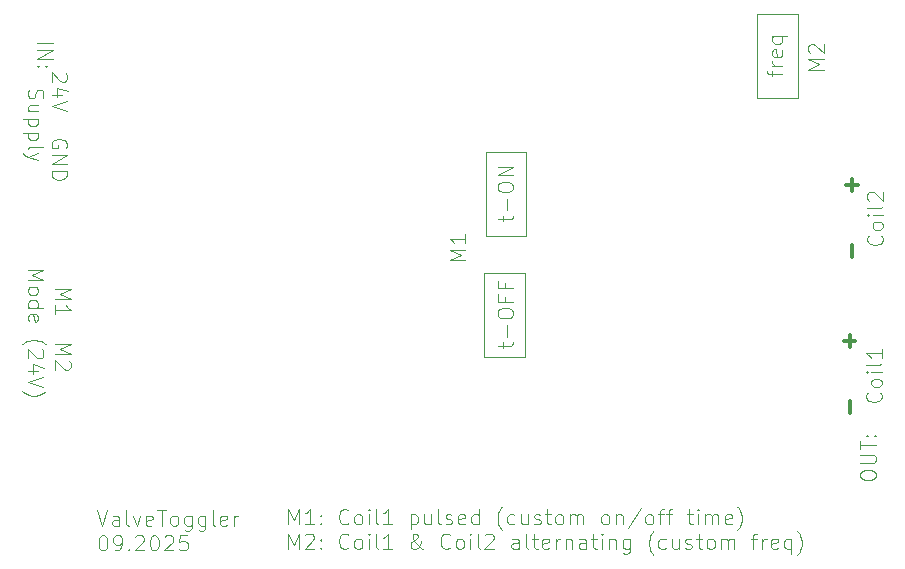
<source format=gbr>
G04 #@! TF.GenerationSoftware,KiCad,Pcbnew,9.0.4*
G04 #@! TF.CreationDate,2025-09-15T17:08:43+02:00*
G04 #@! TF.ProjectId,ValveToggler,56616c76-6554-46f6-9767-6c65722e6b69,rev?*
G04 #@! TF.SameCoordinates,Original*
G04 #@! TF.FileFunction,Other,User*
%FSLAX46Y46*%
G04 Gerber Fmt 4.6, Leading zero omitted, Abs format (unit mm)*
G04 Created by KiCad (PCBNEW 9.0.4) date 2025-09-15 17:08:43*
%MOMM*%
%LPD*%
G01*
G04 APERTURE LIST*
%ADD10C,0.100000*%
%ADD11C,0.300000*%
G04 APERTURE END LIST*
D10*
X84561538Y-66083401D02*
X84561538Y-65588163D01*
X84128204Y-65897687D02*
X85242490Y-65897687D01*
X85242490Y-65897687D02*
X85366300Y-65835782D01*
X85366300Y-65835782D02*
X85428204Y-65711972D01*
X85428204Y-65711972D02*
X85428204Y-65588163D01*
X84932966Y-65154830D02*
X84932966Y-64164354D01*
X84128204Y-63297687D02*
X84128204Y-63050068D01*
X84128204Y-63050068D02*
X84190109Y-62926258D01*
X84190109Y-62926258D02*
X84313919Y-62802449D01*
X84313919Y-62802449D02*
X84561538Y-62740544D01*
X84561538Y-62740544D02*
X84994871Y-62740544D01*
X84994871Y-62740544D02*
X85242490Y-62802449D01*
X85242490Y-62802449D02*
X85366300Y-62926258D01*
X85366300Y-62926258D02*
X85428204Y-63050068D01*
X85428204Y-63050068D02*
X85428204Y-63297687D01*
X85428204Y-63297687D02*
X85366300Y-63421496D01*
X85366300Y-63421496D02*
X85242490Y-63545306D01*
X85242490Y-63545306D02*
X84994871Y-63607210D01*
X84994871Y-63607210D02*
X84561538Y-63607210D01*
X84561538Y-63607210D02*
X84313919Y-63545306D01*
X84313919Y-63545306D02*
X84190109Y-63421496D01*
X84190109Y-63421496D02*
X84128204Y-63297687D01*
X85428204Y-62183401D02*
X84128204Y-62183401D01*
X84128204Y-62183401D02*
X85428204Y-61440544D01*
X85428204Y-61440544D02*
X84128204Y-61440544D01*
X106100000Y-48500000D02*
X109529000Y-48500000D01*
X109529000Y-55612000D01*
X106100000Y-55612000D01*
X106100000Y-48500000D01*
X82994500Y-70485000D02*
X86423500Y-70485000D01*
X86423500Y-77597000D01*
X82994500Y-77597000D01*
X82994500Y-70485000D01*
X83121500Y-60198000D02*
X86550500Y-60198000D01*
X86550500Y-67310000D01*
X83121500Y-67310000D01*
X83121500Y-60198000D01*
X50227598Y-90549777D02*
X50660931Y-91849777D01*
X50660931Y-91849777D02*
X51094265Y-90549777D01*
X52084741Y-91849777D02*
X52084741Y-91168825D01*
X52084741Y-91168825D02*
X52022836Y-91045015D01*
X52022836Y-91045015D02*
X51899027Y-90983111D01*
X51899027Y-90983111D02*
X51651408Y-90983111D01*
X51651408Y-90983111D02*
X51527598Y-91045015D01*
X52084741Y-91787873D02*
X51960932Y-91849777D01*
X51960932Y-91849777D02*
X51651408Y-91849777D01*
X51651408Y-91849777D02*
X51527598Y-91787873D01*
X51527598Y-91787873D02*
X51465694Y-91664063D01*
X51465694Y-91664063D02*
X51465694Y-91540253D01*
X51465694Y-91540253D02*
X51527598Y-91416444D01*
X51527598Y-91416444D02*
X51651408Y-91354539D01*
X51651408Y-91354539D02*
X51960932Y-91354539D01*
X51960932Y-91354539D02*
X52084741Y-91292634D01*
X52889503Y-91849777D02*
X52765693Y-91787873D01*
X52765693Y-91787873D02*
X52703788Y-91664063D01*
X52703788Y-91664063D02*
X52703788Y-90549777D01*
X53260931Y-90983111D02*
X53570455Y-91849777D01*
X53570455Y-91849777D02*
X53879978Y-90983111D01*
X54870454Y-91787873D02*
X54746645Y-91849777D01*
X54746645Y-91849777D02*
X54499026Y-91849777D01*
X54499026Y-91849777D02*
X54375216Y-91787873D01*
X54375216Y-91787873D02*
X54313312Y-91664063D01*
X54313312Y-91664063D02*
X54313312Y-91168825D01*
X54313312Y-91168825D02*
X54375216Y-91045015D01*
X54375216Y-91045015D02*
X54499026Y-90983111D01*
X54499026Y-90983111D02*
X54746645Y-90983111D01*
X54746645Y-90983111D02*
X54870454Y-91045015D01*
X54870454Y-91045015D02*
X54932359Y-91168825D01*
X54932359Y-91168825D02*
X54932359Y-91292634D01*
X54932359Y-91292634D02*
X54313312Y-91416444D01*
X55303788Y-90549777D02*
X56046645Y-90549777D01*
X55675217Y-91849777D02*
X55675217Y-90549777D01*
X56665693Y-91849777D02*
X56541883Y-91787873D01*
X56541883Y-91787873D02*
X56479978Y-91725968D01*
X56479978Y-91725968D02*
X56418074Y-91602158D01*
X56418074Y-91602158D02*
X56418074Y-91230730D01*
X56418074Y-91230730D02*
X56479978Y-91106920D01*
X56479978Y-91106920D02*
X56541883Y-91045015D01*
X56541883Y-91045015D02*
X56665693Y-90983111D01*
X56665693Y-90983111D02*
X56851407Y-90983111D01*
X56851407Y-90983111D02*
X56975216Y-91045015D01*
X56975216Y-91045015D02*
X57037121Y-91106920D01*
X57037121Y-91106920D02*
X57099026Y-91230730D01*
X57099026Y-91230730D02*
X57099026Y-91602158D01*
X57099026Y-91602158D02*
X57037121Y-91725968D01*
X57037121Y-91725968D02*
X56975216Y-91787873D01*
X56975216Y-91787873D02*
X56851407Y-91849777D01*
X56851407Y-91849777D02*
X56665693Y-91849777D01*
X58213311Y-90983111D02*
X58213311Y-92035492D01*
X58213311Y-92035492D02*
X58151406Y-92159301D01*
X58151406Y-92159301D02*
X58089502Y-92221206D01*
X58089502Y-92221206D02*
X57965692Y-92283111D01*
X57965692Y-92283111D02*
X57779978Y-92283111D01*
X57779978Y-92283111D02*
X57656168Y-92221206D01*
X58213311Y-91787873D02*
X58089502Y-91849777D01*
X58089502Y-91849777D02*
X57841883Y-91849777D01*
X57841883Y-91849777D02*
X57718073Y-91787873D01*
X57718073Y-91787873D02*
X57656168Y-91725968D01*
X57656168Y-91725968D02*
X57594264Y-91602158D01*
X57594264Y-91602158D02*
X57594264Y-91230730D01*
X57594264Y-91230730D02*
X57656168Y-91106920D01*
X57656168Y-91106920D02*
X57718073Y-91045015D01*
X57718073Y-91045015D02*
X57841883Y-90983111D01*
X57841883Y-90983111D02*
X58089502Y-90983111D01*
X58089502Y-90983111D02*
X58213311Y-91045015D01*
X59389501Y-90983111D02*
X59389501Y-92035492D01*
X59389501Y-92035492D02*
X59327596Y-92159301D01*
X59327596Y-92159301D02*
X59265692Y-92221206D01*
X59265692Y-92221206D02*
X59141882Y-92283111D01*
X59141882Y-92283111D02*
X58956168Y-92283111D01*
X58956168Y-92283111D02*
X58832358Y-92221206D01*
X59389501Y-91787873D02*
X59265692Y-91849777D01*
X59265692Y-91849777D02*
X59018073Y-91849777D01*
X59018073Y-91849777D02*
X58894263Y-91787873D01*
X58894263Y-91787873D02*
X58832358Y-91725968D01*
X58832358Y-91725968D02*
X58770454Y-91602158D01*
X58770454Y-91602158D02*
X58770454Y-91230730D01*
X58770454Y-91230730D02*
X58832358Y-91106920D01*
X58832358Y-91106920D02*
X58894263Y-91045015D01*
X58894263Y-91045015D02*
X59018073Y-90983111D01*
X59018073Y-90983111D02*
X59265692Y-90983111D01*
X59265692Y-90983111D02*
X59389501Y-91045015D01*
X60194263Y-91849777D02*
X60070453Y-91787873D01*
X60070453Y-91787873D02*
X60008548Y-91664063D01*
X60008548Y-91664063D02*
X60008548Y-90549777D01*
X61184738Y-91787873D02*
X61060929Y-91849777D01*
X61060929Y-91849777D02*
X60813310Y-91849777D01*
X60813310Y-91849777D02*
X60689500Y-91787873D01*
X60689500Y-91787873D02*
X60627596Y-91664063D01*
X60627596Y-91664063D02*
X60627596Y-91168825D01*
X60627596Y-91168825D02*
X60689500Y-91045015D01*
X60689500Y-91045015D02*
X60813310Y-90983111D01*
X60813310Y-90983111D02*
X61060929Y-90983111D01*
X61060929Y-90983111D02*
X61184738Y-91045015D01*
X61184738Y-91045015D02*
X61246643Y-91168825D01*
X61246643Y-91168825D02*
X61246643Y-91292634D01*
X61246643Y-91292634D02*
X60627596Y-91416444D01*
X61803786Y-91849777D02*
X61803786Y-90983111D01*
X61803786Y-91230730D02*
X61865691Y-91106920D01*
X61865691Y-91106920D02*
X61927596Y-91045015D01*
X61927596Y-91045015D02*
X62051405Y-90983111D01*
X62051405Y-90983111D02*
X62175215Y-90983111D01*
X50660931Y-92642704D02*
X50784741Y-92642704D01*
X50784741Y-92642704D02*
X50908550Y-92704609D01*
X50908550Y-92704609D02*
X50970455Y-92766514D01*
X50970455Y-92766514D02*
X51032360Y-92890323D01*
X51032360Y-92890323D02*
X51094265Y-93137942D01*
X51094265Y-93137942D02*
X51094265Y-93447466D01*
X51094265Y-93447466D02*
X51032360Y-93695085D01*
X51032360Y-93695085D02*
X50970455Y-93818895D01*
X50970455Y-93818895D02*
X50908550Y-93880800D01*
X50908550Y-93880800D02*
X50784741Y-93942704D01*
X50784741Y-93942704D02*
X50660931Y-93942704D01*
X50660931Y-93942704D02*
X50537122Y-93880800D01*
X50537122Y-93880800D02*
X50475217Y-93818895D01*
X50475217Y-93818895D02*
X50413312Y-93695085D01*
X50413312Y-93695085D02*
X50351408Y-93447466D01*
X50351408Y-93447466D02*
X50351408Y-93137942D01*
X50351408Y-93137942D02*
X50413312Y-92890323D01*
X50413312Y-92890323D02*
X50475217Y-92766514D01*
X50475217Y-92766514D02*
X50537122Y-92704609D01*
X50537122Y-92704609D02*
X50660931Y-92642704D01*
X51713312Y-93942704D02*
X51960931Y-93942704D01*
X51960931Y-93942704D02*
X52084741Y-93880800D01*
X52084741Y-93880800D02*
X52146645Y-93818895D01*
X52146645Y-93818895D02*
X52270455Y-93633180D01*
X52270455Y-93633180D02*
X52332360Y-93385561D01*
X52332360Y-93385561D02*
X52332360Y-92890323D01*
X52332360Y-92890323D02*
X52270455Y-92766514D01*
X52270455Y-92766514D02*
X52208550Y-92704609D01*
X52208550Y-92704609D02*
X52084741Y-92642704D01*
X52084741Y-92642704D02*
X51837122Y-92642704D01*
X51837122Y-92642704D02*
X51713312Y-92704609D01*
X51713312Y-92704609D02*
X51651407Y-92766514D01*
X51651407Y-92766514D02*
X51589503Y-92890323D01*
X51589503Y-92890323D02*
X51589503Y-93199847D01*
X51589503Y-93199847D02*
X51651407Y-93323657D01*
X51651407Y-93323657D02*
X51713312Y-93385561D01*
X51713312Y-93385561D02*
X51837122Y-93447466D01*
X51837122Y-93447466D02*
X52084741Y-93447466D01*
X52084741Y-93447466D02*
X52208550Y-93385561D01*
X52208550Y-93385561D02*
X52270455Y-93323657D01*
X52270455Y-93323657D02*
X52332360Y-93199847D01*
X52889502Y-93818895D02*
X52951407Y-93880800D01*
X52951407Y-93880800D02*
X52889502Y-93942704D01*
X52889502Y-93942704D02*
X52827598Y-93880800D01*
X52827598Y-93880800D02*
X52889502Y-93818895D01*
X52889502Y-93818895D02*
X52889502Y-93942704D01*
X53446646Y-92766514D02*
X53508550Y-92704609D01*
X53508550Y-92704609D02*
X53632360Y-92642704D01*
X53632360Y-92642704D02*
X53941884Y-92642704D01*
X53941884Y-92642704D02*
X54065693Y-92704609D01*
X54065693Y-92704609D02*
X54127598Y-92766514D01*
X54127598Y-92766514D02*
X54189503Y-92890323D01*
X54189503Y-92890323D02*
X54189503Y-93014133D01*
X54189503Y-93014133D02*
X54127598Y-93199847D01*
X54127598Y-93199847D02*
X53384741Y-93942704D01*
X53384741Y-93942704D02*
X54189503Y-93942704D01*
X54994264Y-92642704D02*
X55118074Y-92642704D01*
X55118074Y-92642704D02*
X55241883Y-92704609D01*
X55241883Y-92704609D02*
X55303788Y-92766514D01*
X55303788Y-92766514D02*
X55365693Y-92890323D01*
X55365693Y-92890323D02*
X55427598Y-93137942D01*
X55427598Y-93137942D02*
X55427598Y-93447466D01*
X55427598Y-93447466D02*
X55365693Y-93695085D01*
X55365693Y-93695085D02*
X55303788Y-93818895D01*
X55303788Y-93818895D02*
X55241883Y-93880800D01*
X55241883Y-93880800D02*
X55118074Y-93942704D01*
X55118074Y-93942704D02*
X54994264Y-93942704D01*
X54994264Y-93942704D02*
X54870455Y-93880800D01*
X54870455Y-93880800D02*
X54808550Y-93818895D01*
X54808550Y-93818895D02*
X54746645Y-93695085D01*
X54746645Y-93695085D02*
X54684741Y-93447466D01*
X54684741Y-93447466D02*
X54684741Y-93137942D01*
X54684741Y-93137942D02*
X54746645Y-92890323D01*
X54746645Y-92890323D02*
X54808550Y-92766514D01*
X54808550Y-92766514D02*
X54870455Y-92704609D01*
X54870455Y-92704609D02*
X54994264Y-92642704D01*
X55922836Y-92766514D02*
X55984740Y-92704609D01*
X55984740Y-92704609D02*
X56108550Y-92642704D01*
X56108550Y-92642704D02*
X56418074Y-92642704D01*
X56418074Y-92642704D02*
X56541883Y-92704609D01*
X56541883Y-92704609D02*
X56603788Y-92766514D01*
X56603788Y-92766514D02*
X56665693Y-92890323D01*
X56665693Y-92890323D02*
X56665693Y-93014133D01*
X56665693Y-93014133D02*
X56603788Y-93199847D01*
X56603788Y-93199847D02*
X55860931Y-93942704D01*
X55860931Y-93942704D02*
X56665693Y-93942704D01*
X57841883Y-92642704D02*
X57222835Y-92642704D01*
X57222835Y-92642704D02*
X57160931Y-93261752D01*
X57160931Y-93261752D02*
X57222835Y-93199847D01*
X57222835Y-93199847D02*
X57346645Y-93137942D01*
X57346645Y-93137942D02*
X57656169Y-93137942D01*
X57656169Y-93137942D02*
X57779978Y-93199847D01*
X57779978Y-93199847D02*
X57841883Y-93261752D01*
X57841883Y-93261752D02*
X57903788Y-93385561D01*
X57903788Y-93385561D02*
X57903788Y-93695085D01*
X57903788Y-93695085D02*
X57841883Y-93818895D01*
X57841883Y-93818895D02*
X57779978Y-93880800D01*
X57779978Y-93880800D02*
X57656169Y-93942704D01*
X57656169Y-93942704D02*
X57346645Y-93942704D01*
X57346645Y-93942704D02*
X57222835Y-93880800D01*
X57222835Y-93880800D02*
X57160931Y-93818895D01*
X66415312Y-91722777D02*
X66415312Y-90422777D01*
X66415312Y-90422777D02*
X66848646Y-91351349D01*
X66848646Y-91351349D02*
X67281979Y-90422777D01*
X67281979Y-90422777D02*
X67281979Y-91722777D01*
X68581979Y-91722777D02*
X67839122Y-91722777D01*
X68210550Y-91722777D02*
X68210550Y-90422777D01*
X68210550Y-90422777D02*
X68086741Y-90608492D01*
X68086741Y-90608492D02*
X67962931Y-90732301D01*
X67962931Y-90732301D02*
X67839122Y-90794206D01*
X69139121Y-91598968D02*
X69201026Y-91660873D01*
X69201026Y-91660873D02*
X69139121Y-91722777D01*
X69139121Y-91722777D02*
X69077217Y-91660873D01*
X69077217Y-91660873D02*
X69139121Y-91598968D01*
X69139121Y-91598968D02*
X69139121Y-91722777D01*
X69139121Y-90918015D02*
X69201026Y-90979920D01*
X69201026Y-90979920D02*
X69139121Y-91041825D01*
X69139121Y-91041825D02*
X69077217Y-90979920D01*
X69077217Y-90979920D02*
X69139121Y-90918015D01*
X69139121Y-90918015D02*
X69139121Y-91041825D01*
X71491502Y-91598968D02*
X71429598Y-91660873D01*
X71429598Y-91660873D02*
X71243883Y-91722777D01*
X71243883Y-91722777D02*
X71120074Y-91722777D01*
X71120074Y-91722777D02*
X70934360Y-91660873D01*
X70934360Y-91660873D02*
X70810550Y-91537063D01*
X70810550Y-91537063D02*
X70748645Y-91413253D01*
X70748645Y-91413253D02*
X70686741Y-91165634D01*
X70686741Y-91165634D02*
X70686741Y-90979920D01*
X70686741Y-90979920D02*
X70748645Y-90732301D01*
X70748645Y-90732301D02*
X70810550Y-90608492D01*
X70810550Y-90608492D02*
X70934360Y-90484682D01*
X70934360Y-90484682D02*
X71120074Y-90422777D01*
X71120074Y-90422777D02*
X71243883Y-90422777D01*
X71243883Y-90422777D02*
X71429598Y-90484682D01*
X71429598Y-90484682D02*
X71491502Y-90546587D01*
X72234360Y-91722777D02*
X72110550Y-91660873D01*
X72110550Y-91660873D02*
X72048645Y-91598968D01*
X72048645Y-91598968D02*
X71986741Y-91475158D01*
X71986741Y-91475158D02*
X71986741Y-91103730D01*
X71986741Y-91103730D02*
X72048645Y-90979920D01*
X72048645Y-90979920D02*
X72110550Y-90918015D01*
X72110550Y-90918015D02*
X72234360Y-90856111D01*
X72234360Y-90856111D02*
X72420074Y-90856111D01*
X72420074Y-90856111D02*
X72543883Y-90918015D01*
X72543883Y-90918015D02*
X72605788Y-90979920D01*
X72605788Y-90979920D02*
X72667693Y-91103730D01*
X72667693Y-91103730D02*
X72667693Y-91475158D01*
X72667693Y-91475158D02*
X72605788Y-91598968D01*
X72605788Y-91598968D02*
X72543883Y-91660873D01*
X72543883Y-91660873D02*
X72420074Y-91722777D01*
X72420074Y-91722777D02*
X72234360Y-91722777D01*
X73224835Y-91722777D02*
X73224835Y-90856111D01*
X73224835Y-90422777D02*
X73162931Y-90484682D01*
X73162931Y-90484682D02*
X73224835Y-90546587D01*
X73224835Y-90546587D02*
X73286740Y-90484682D01*
X73286740Y-90484682D02*
X73224835Y-90422777D01*
X73224835Y-90422777D02*
X73224835Y-90546587D01*
X74029598Y-91722777D02*
X73905788Y-91660873D01*
X73905788Y-91660873D02*
X73843883Y-91537063D01*
X73843883Y-91537063D02*
X73843883Y-90422777D01*
X75205788Y-91722777D02*
X74462931Y-91722777D01*
X74834359Y-91722777D02*
X74834359Y-90422777D01*
X74834359Y-90422777D02*
X74710550Y-90608492D01*
X74710550Y-90608492D02*
X74586740Y-90732301D01*
X74586740Y-90732301D02*
X74462931Y-90794206D01*
X76753406Y-90856111D02*
X76753406Y-92156111D01*
X76753406Y-90918015D02*
X76877216Y-90856111D01*
X76877216Y-90856111D02*
X77124835Y-90856111D01*
X77124835Y-90856111D02*
X77248644Y-90918015D01*
X77248644Y-90918015D02*
X77310549Y-90979920D01*
X77310549Y-90979920D02*
X77372454Y-91103730D01*
X77372454Y-91103730D02*
X77372454Y-91475158D01*
X77372454Y-91475158D02*
X77310549Y-91598968D01*
X77310549Y-91598968D02*
X77248644Y-91660873D01*
X77248644Y-91660873D02*
X77124835Y-91722777D01*
X77124835Y-91722777D02*
X76877216Y-91722777D01*
X76877216Y-91722777D02*
X76753406Y-91660873D01*
X78486739Y-90856111D02*
X78486739Y-91722777D01*
X77929596Y-90856111D02*
X77929596Y-91537063D01*
X77929596Y-91537063D02*
X77991501Y-91660873D01*
X77991501Y-91660873D02*
X78115311Y-91722777D01*
X78115311Y-91722777D02*
X78301025Y-91722777D01*
X78301025Y-91722777D02*
X78424834Y-91660873D01*
X78424834Y-91660873D02*
X78486739Y-91598968D01*
X79291501Y-91722777D02*
X79167691Y-91660873D01*
X79167691Y-91660873D02*
X79105786Y-91537063D01*
X79105786Y-91537063D02*
X79105786Y-90422777D01*
X79724834Y-91660873D02*
X79848643Y-91722777D01*
X79848643Y-91722777D02*
X80096262Y-91722777D01*
X80096262Y-91722777D02*
X80220072Y-91660873D01*
X80220072Y-91660873D02*
X80281976Y-91537063D01*
X80281976Y-91537063D02*
X80281976Y-91475158D01*
X80281976Y-91475158D02*
X80220072Y-91351349D01*
X80220072Y-91351349D02*
X80096262Y-91289444D01*
X80096262Y-91289444D02*
X79910548Y-91289444D01*
X79910548Y-91289444D02*
X79786738Y-91227539D01*
X79786738Y-91227539D02*
X79724834Y-91103730D01*
X79724834Y-91103730D02*
X79724834Y-91041825D01*
X79724834Y-91041825D02*
X79786738Y-90918015D01*
X79786738Y-90918015D02*
X79910548Y-90856111D01*
X79910548Y-90856111D02*
X80096262Y-90856111D01*
X80096262Y-90856111D02*
X80220072Y-90918015D01*
X81334357Y-91660873D02*
X81210548Y-91722777D01*
X81210548Y-91722777D02*
X80962929Y-91722777D01*
X80962929Y-91722777D02*
X80839119Y-91660873D01*
X80839119Y-91660873D02*
X80777215Y-91537063D01*
X80777215Y-91537063D02*
X80777215Y-91041825D01*
X80777215Y-91041825D02*
X80839119Y-90918015D01*
X80839119Y-90918015D02*
X80962929Y-90856111D01*
X80962929Y-90856111D02*
X81210548Y-90856111D01*
X81210548Y-90856111D02*
X81334357Y-90918015D01*
X81334357Y-90918015D02*
X81396262Y-91041825D01*
X81396262Y-91041825D02*
X81396262Y-91165634D01*
X81396262Y-91165634D02*
X80777215Y-91289444D01*
X82510548Y-91722777D02*
X82510548Y-90422777D01*
X82510548Y-91660873D02*
X82386739Y-91722777D01*
X82386739Y-91722777D02*
X82139120Y-91722777D01*
X82139120Y-91722777D02*
X82015310Y-91660873D01*
X82015310Y-91660873D02*
X81953405Y-91598968D01*
X81953405Y-91598968D02*
X81891501Y-91475158D01*
X81891501Y-91475158D02*
X81891501Y-91103730D01*
X81891501Y-91103730D02*
X81953405Y-90979920D01*
X81953405Y-90979920D02*
X82015310Y-90918015D01*
X82015310Y-90918015D02*
X82139120Y-90856111D01*
X82139120Y-90856111D02*
X82386739Y-90856111D01*
X82386739Y-90856111D02*
X82510548Y-90918015D01*
X84491500Y-92218015D02*
X84429595Y-92156111D01*
X84429595Y-92156111D02*
X84305786Y-91970396D01*
X84305786Y-91970396D02*
X84243881Y-91846587D01*
X84243881Y-91846587D02*
X84181976Y-91660873D01*
X84181976Y-91660873D02*
X84120071Y-91351349D01*
X84120071Y-91351349D02*
X84120071Y-91103730D01*
X84120071Y-91103730D02*
X84181976Y-90794206D01*
X84181976Y-90794206D02*
X84243881Y-90608492D01*
X84243881Y-90608492D02*
X84305786Y-90484682D01*
X84305786Y-90484682D02*
X84429595Y-90298968D01*
X84429595Y-90298968D02*
X84491500Y-90237063D01*
X85543881Y-91660873D02*
X85420072Y-91722777D01*
X85420072Y-91722777D02*
X85172453Y-91722777D01*
X85172453Y-91722777D02*
X85048643Y-91660873D01*
X85048643Y-91660873D02*
X84986738Y-91598968D01*
X84986738Y-91598968D02*
X84924834Y-91475158D01*
X84924834Y-91475158D02*
X84924834Y-91103730D01*
X84924834Y-91103730D02*
X84986738Y-90979920D01*
X84986738Y-90979920D02*
X85048643Y-90918015D01*
X85048643Y-90918015D02*
X85172453Y-90856111D01*
X85172453Y-90856111D02*
X85420072Y-90856111D01*
X85420072Y-90856111D02*
X85543881Y-90918015D01*
X86658167Y-90856111D02*
X86658167Y-91722777D01*
X86101024Y-90856111D02*
X86101024Y-91537063D01*
X86101024Y-91537063D02*
X86162929Y-91660873D01*
X86162929Y-91660873D02*
X86286739Y-91722777D01*
X86286739Y-91722777D02*
X86472453Y-91722777D01*
X86472453Y-91722777D02*
X86596262Y-91660873D01*
X86596262Y-91660873D02*
X86658167Y-91598968D01*
X87215310Y-91660873D02*
X87339119Y-91722777D01*
X87339119Y-91722777D02*
X87586738Y-91722777D01*
X87586738Y-91722777D02*
X87710548Y-91660873D01*
X87710548Y-91660873D02*
X87772452Y-91537063D01*
X87772452Y-91537063D02*
X87772452Y-91475158D01*
X87772452Y-91475158D02*
X87710548Y-91351349D01*
X87710548Y-91351349D02*
X87586738Y-91289444D01*
X87586738Y-91289444D02*
X87401024Y-91289444D01*
X87401024Y-91289444D02*
X87277214Y-91227539D01*
X87277214Y-91227539D02*
X87215310Y-91103730D01*
X87215310Y-91103730D02*
X87215310Y-91041825D01*
X87215310Y-91041825D02*
X87277214Y-90918015D01*
X87277214Y-90918015D02*
X87401024Y-90856111D01*
X87401024Y-90856111D02*
X87586738Y-90856111D01*
X87586738Y-90856111D02*
X87710548Y-90918015D01*
X88143881Y-90856111D02*
X88639119Y-90856111D01*
X88329595Y-90422777D02*
X88329595Y-91537063D01*
X88329595Y-91537063D02*
X88391500Y-91660873D01*
X88391500Y-91660873D02*
X88515310Y-91722777D01*
X88515310Y-91722777D02*
X88639119Y-91722777D01*
X89258167Y-91722777D02*
X89134357Y-91660873D01*
X89134357Y-91660873D02*
X89072452Y-91598968D01*
X89072452Y-91598968D02*
X89010548Y-91475158D01*
X89010548Y-91475158D02*
X89010548Y-91103730D01*
X89010548Y-91103730D02*
X89072452Y-90979920D01*
X89072452Y-90979920D02*
X89134357Y-90918015D01*
X89134357Y-90918015D02*
X89258167Y-90856111D01*
X89258167Y-90856111D02*
X89443881Y-90856111D01*
X89443881Y-90856111D02*
X89567690Y-90918015D01*
X89567690Y-90918015D02*
X89629595Y-90979920D01*
X89629595Y-90979920D02*
X89691500Y-91103730D01*
X89691500Y-91103730D02*
X89691500Y-91475158D01*
X89691500Y-91475158D02*
X89629595Y-91598968D01*
X89629595Y-91598968D02*
X89567690Y-91660873D01*
X89567690Y-91660873D02*
X89443881Y-91722777D01*
X89443881Y-91722777D02*
X89258167Y-91722777D01*
X90248642Y-91722777D02*
X90248642Y-90856111D01*
X90248642Y-90979920D02*
X90310547Y-90918015D01*
X90310547Y-90918015D02*
X90434357Y-90856111D01*
X90434357Y-90856111D02*
X90620071Y-90856111D01*
X90620071Y-90856111D02*
X90743880Y-90918015D01*
X90743880Y-90918015D02*
X90805785Y-91041825D01*
X90805785Y-91041825D02*
X90805785Y-91722777D01*
X90805785Y-91041825D02*
X90867690Y-90918015D01*
X90867690Y-90918015D02*
X90991499Y-90856111D01*
X90991499Y-90856111D02*
X91177214Y-90856111D01*
X91177214Y-90856111D02*
X91301023Y-90918015D01*
X91301023Y-90918015D02*
X91362928Y-91041825D01*
X91362928Y-91041825D02*
X91362928Y-91722777D01*
X93158166Y-91722777D02*
X93034356Y-91660873D01*
X93034356Y-91660873D02*
X92972451Y-91598968D01*
X92972451Y-91598968D02*
X92910547Y-91475158D01*
X92910547Y-91475158D02*
X92910547Y-91103730D01*
X92910547Y-91103730D02*
X92972451Y-90979920D01*
X92972451Y-90979920D02*
X93034356Y-90918015D01*
X93034356Y-90918015D02*
X93158166Y-90856111D01*
X93158166Y-90856111D02*
X93343880Y-90856111D01*
X93343880Y-90856111D02*
X93467689Y-90918015D01*
X93467689Y-90918015D02*
X93529594Y-90979920D01*
X93529594Y-90979920D02*
X93591499Y-91103730D01*
X93591499Y-91103730D02*
X93591499Y-91475158D01*
X93591499Y-91475158D02*
X93529594Y-91598968D01*
X93529594Y-91598968D02*
X93467689Y-91660873D01*
X93467689Y-91660873D02*
X93343880Y-91722777D01*
X93343880Y-91722777D02*
X93158166Y-91722777D01*
X94148641Y-90856111D02*
X94148641Y-91722777D01*
X94148641Y-90979920D02*
X94210546Y-90918015D01*
X94210546Y-90918015D02*
X94334356Y-90856111D01*
X94334356Y-90856111D02*
X94520070Y-90856111D01*
X94520070Y-90856111D02*
X94643879Y-90918015D01*
X94643879Y-90918015D02*
X94705784Y-91041825D01*
X94705784Y-91041825D02*
X94705784Y-91722777D01*
X96253403Y-90360873D02*
X95139117Y-92032301D01*
X96872451Y-91722777D02*
X96748641Y-91660873D01*
X96748641Y-91660873D02*
X96686736Y-91598968D01*
X96686736Y-91598968D02*
X96624832Y-91475158D01*
X96624832Y-91475158D02*
X96624832Y-91103730D01*
X96624832Y-91103730D02*
X96686736Y-90979920D01*
X96686736Y-90979920D02*
X96748641Y-90918015D01*
X96748641Y-90918015D02*
X96872451Y-90856111D01*
X96872451Y-90856111D02*
X97058165Y-90856111D01*
X97058165Y-90856111D02*
X97181974Y-90918015D01*
X97181974Y-90918015D02*
X97243879Y-90979920D01*
X97243879Y-90979920D02*
X97305784Y-91103730D01*
X97305784Y-91103730D02*
X97305784Y-91475158D01*
X97305784Y-91475158D02*
X97243879Y-91598968D01*
X97243879Y-91598968D02*
X97181974Y-91660873D01*
X97181974Y-91660873D02*
X97058165Y-91722777D01*
X97058165Y-91722777D02*
X96872451Y-91722777D01*
X97677212Y-90856111D02*
X98172450Y-90856111D01*
X97862926Y-91722777D02*
X97862926Y-90608492D01*
X97862926Y-90608492D02*
X97924831Y-90484682D01*
X97924831Y-90484682D02*
X98048641Y-90422777D01*
X98048641Y-90422777D02*
X98172450Y-90422777D01*
X98420069Y-90856111D02*
X98915307Y-90856111D01*
X98605783Y-91722777D02*
X98605783Y-90608492D01*
X98605783Y-90608492D02*
X98667688Y-90484682D01*
X98667688Y-90484682D02*
X98791498Y-90422777D01*
X98791498Y-90422777D02*
X98915307Y-90422777D01*
X100153402Y-90856111D02*
X100648640Y-90856111D01*
X100339116Y-90422777D02*
X100339116Y-91537063D01*
X100339116Y-91537063D02*
X100401021Y-91660873D01*
X100401021Y-91660873D02*
X100524831Y-91722777D01*
X100524831Y-91722777D02*
X100648640Y-91722777D01*
X101081973Y-91722777D02*
X101081973Y-90856111D01*
X101081973Y-90422777D02*
X101020069Y-90484682D01*
X101020069Y-90484682D02*
X101081973Y-90546587D01*
X101081973Y-90546587D02*
X101143878Y-90484682D01*
X101143878Y-90484682D02*
X101081973Y-90422777D01*
X101081973Y-90422777D02*
X101081973Y-90546587D01*
X101701021Y-91722777D02*
X101701021Y-90856111D01*
X101701021Y-90979920D02*
X101762926Y-90918015D01*
X101762926Y-90918015D02*
X101886736Y-90856111D01*
X101886736Y-90856111D02*
X102072450Y-90856111D01*
X102072450Y-90856111D02*
X102196259Y-90918015D01*
X102196259Y-90918015D02*
X102258164Y-91041825D01*
X102258164Y-91041825D02*
X102258164Y-91722777D01*
X102258164Y-91041825D02*
X102320069Y-90918015D01*
X102320069Y-90918015D02*
X102443878Y-90856111D01*
X102443878Y-90856111D02*
X102629593Y-90856111D01*
X102629593Y-90856111D02*
X102753402Y-90918015D01*
X102753402Y-90918015D02*
X102815307Y-91041825D01*
X102815307Y-91041825D02*
X102815307Y-91722777D01*
X103929592Y-91660873D02*
X103805783Y-91722777D01*
X103805783Y-91722777D02*
X103558164Y-91722777D01*
X103558164Y-91722777D02*
X103434354Y-91660873D01*
X103434354Y-91660873D02*
X103372450Y-91537063D01*
X103372450Y-91537063D02*
X103372450Y-91041825D01*
X103372450Y-91041825D02*
X103434354Y-90918015D01*
X103434354Y-90918015D02*
X103558164Y-90856111D01*
X103558164Y-90856111D02*
X103805783Y-90856111D01*
X103805783Y-90856111D02*
X103929592Y-90918015D01*
X103929592Y-90918015D02*
X103991497Y-91041825D01*
X103991497Y-91041825D02*
X103991497Y-91165634D01*
X103991497Y-91165634D02*
X103372450Y-91289444D01*
X104424831Y-92218015D02*
X104486736Y-92156111D01*
X104486736Y-92156111D02*
X104610545Y-91970396D01*
X104610545Y-91970396D02*
X104672450Y-91846587D01*
X104672450Y-91846587D02*
X104734355Y-91660873D01*
X104734355Y-91660873D02*
X104796259Y-91351349D01*
X104796259Y-91351349D02*
X104796259Y-91103730D01*
X104796259Y-91103730D02*
X104734355Y-90794206D01*
X104734355Y-90794206D02*
X104672450Y-90608492D01*
X104672450Y-90608492D02*
X104610545Y-90484682D01*
X104610545Y-90484682D02*
X104486736Y-90298968D01*
X104486736Y-90298968D02*
X104424831Y-90237063D01*
X66415312Y-93815704D02*
X66415312Y-92515704D01*
X66415312Y-92515704D02*
X66848646Y-93444276D01*
X66848646Y-93444276D02*
X67281979Y-92515704D01*
X67281979Y-92515704D02*
X67281979Y-93815704D01*
X67839122Y-92639514D02*
X67901026Y-92577609D01*
X67901026Y-92577609D02*
X68024836Y-92515704D01*
X68024836Y-92515704D02*
X68334360Y-92515704D01*
X68334360Y-92515704D02*
X68458169Y-92577609D01*
X68458169Y-92577609D02*
X68520074Y-92639514D01*
X68520074Y-92639514D02*
X68581979Y-92763323D01*
X68581979Y-92763323D02*
X68581979Y-92887133D01*
X68581979Y-92887133D02*
X68520074Y-93072847D01*
X68520074Y-93072847D02*
X67777217Y-93815704D01*
X67777217Y-93815704D02*
X68581979Y-93815704D01*
X69139121Y-93691895D02*
X69201026Y-93753800D01*
X69201026Y-93753800D02*
X69139121Y-93815704D01*
X69139121Y-93815704D02*
X69077217Y-93753800D01*
X69077217Y-93753800D02*
X69139121Y-93691895D01*
X69139121Y-93691895D02*
X69139121Y-93815704D01*
X69139121Y-93010942D02*
X69201026Y-93072847D01*
X69201026Y-93072847D02*
X69139121Y-93134752D01*
X69139121Y-93134752D02*
X69077217Y-93072847D01*
X69077217Y-93072847D02*
X69139121Y-93010942D01*
X69139121Y-93010942D02*
X69139121Y-93134752D01*
X71491502Y-93691895D02*
X71429598Y-93753800D01*
X71429598Y-93753800D02*
X71243883Y-93815704D01*
X71243883Y-93815704D02*
X71120074Y-93815704D01*
X71120074Y-93815704D02*
X70934360Y-93753800D01*
X70934360Y-93753800D02*
X70810550Y-93629990D01*
X70810550Y-93629990D02*
X70748645Y-93506180D01*
X70748645Y-93506180D02*
X70686741Y-93258561D01*
X70686741Y-93258561D02*
X70686741Y-93072847D01*
X70686741Y-93072847D02*
X70748645Y-92825228D01*
X70748645Y-92825228D02*
X70810550Y-92701419D01*
X70810550Y-92701419D02*
X70934360Y-92577609D01*
X70934360Y-92577609D02*
X71120074Y-92515704D01*
X71120074Y-92515704D02*
X71243883Y-92515704D01*
X71243883Y-92515704D02*
X71429598Y-92577609D01*
X71429598Y-92577609D02*
X71491502Y-92639514D01*
X72234360Y-93815704D02*
X72110550Y-93753800D01*
X72110550Y-93753800D02*
X72048645Y-93691895D01*
X72048645Y-93691895D02*
X71986741Y-93568085D01*
X71986741Y-93568085D02*
X71986741Y-93196657D01*
X71986741Y-93196657D02*
X72048645Y-93072847D01*
X72048645Y-93072847D02*
X72110550Y-93010942D01*
X72110550Y-93010942D02*
X72234360Y-92949038D01*
X72234360Y-92949038D02*
X72420074Y-92949038D01*
X72420074Y-92949038D02*
X72543883Y-93010942D01*
X72543883Y-93010942D02*
X72605788Y-93072847D01*
X72605788Y-93072847D02*
X72667693Y-93196657D01*
X72667693Y-93196657D02*
X72667693Y-93568085D01*
X72667693Y-93568085D02*
X72605788Y-93691895D01*
X72605788Y-93691895D02*
X72543883Y-93753800D01*
X72543883Y-93753800D02*
X72420074Y-93815704D01*
X72420074Y-93815704D02*
X72234360Y-93815704D01*
X73224835Y-93815704D02*
X73224835Y-92949038D01*
X73224835Y-92515704D02*
X73162931Y-92577609D01*
X73162931Y-92577609D02*
X73224835Y-92639514D01*
X73224835Y-92639514D02*
X73286740Y-92577609D01*
X73286740Y-92577609D02*
X73224835Y-92515704D01*
X73224835Y-92515704D02*
X73224835Y-92639514D01*
X74029598Y-93815704D02*
X73905788Y-93753800D01*
X73905788Y-93753800D02*
X73843883Y-93629990D01*
X73843883Y-93629990D02*
X73843883Y-92515704D01*
X75205788Y-93815704D02*
X74462931Y-93815704D01*
X74834359Y-93815704D02*
X74834359Y-92515704D01*
X74834359Y-92515704D02*
X74710550Y-92701419D01*
X74710550Y-92701419D02*
X74586740Y-92825228D01*
X74586740Y-92825228D02*
X74462931Y-92887133D01*
X77805787Y-93815704D02*
X77743883Y-93815704D01*
X77743883Y-93815704D02*
X77620073Y-93753800D01*
X77620073Y-93753800D02*
X77434359Y-93568085D01*
X77434359Y-93568085D02*
X77124835Y-93196657D01*
X77124835Y-93196657D02*
X77001025Y-93010942D01*
X77001025Y-93010942D02*
X76939121Y-92825228D01*
X76939121Y-92825228D02*
X76939121Y-92701419D01*
X76939121Y-92701419D02*
X77001025Y-92577609D01*
X77001025Y-92577609D02*
X77124835Y-92515704D01*
X77124835Y-92515704D02*
X77186740Y-92515704D01*
X77186740Y-92515704D02*
X77310549Y-92577609D01*
X77310549Y-92577609D02*
X77372454Y-92701419D01*
X77372454Y-92701419D02*
X77372454Y-92763323D01*
X77372454Y-92763323D02*
X77310549Y-92887133D01*
X77310549Y-92887133D02*
X77248644Y-92949038D01*
X77248644Y-92949038D02*
X76877216Y-93196657D01*
X76877216Y-93196657D02*
X76815311Y-93258561D01*
X76815311Y-93258561D02*
X76753406Y-93382371D01*
X76753406Y-93382371D02*
X76753406Y-93568085D01*
X76753406Y-93568085D02*
X76815311Y-93691895D01*
X76815311Y-93691895D02*
X76877216Y-93753800D01*
X76877216Y-93753800D02*
X77001025Y-93815704D01*
X77001025Y-93815704D02*
X77186740Y-93815704D01*
X77186740Y-93815704D02*
X77310549Y-93753800D01*
X77310549Y-93753800D02*
X77372454Y-93691895D01*
X77372454Y-93691895D02*
X77558168Y-93444276D01*
X77558168Y-93444276D02*
X77620073Y-93258561D01*
X77620073Y-93258561D02*
X77620073Y-93134752D01*
X80096263Y-93691895D02*
X80034359Y-93753800D01*
X80034359Y-93753800D02*
X79848644Y-93815704D01*
X79848644Y-93815704D02*
X79724835Y-93815704D01*
X79724835Y-93815704D02*
X79539121Y-93753800D01*
X79539121Y-93753800D02*
X79415311Y-93629990D01*
X79415311Y-93629990D02*
X79353406Y-93506180D01*
X79353406Y-93506180D02*
X79291502Y-93258561D01*
X79291502Y-93258561D02*
X79291502Y-93072847D01*
X79291502Y-93072847D02*
X79353406Y-92825228D01*
X79353406Y-92825228D02*
X79415311Y-92701419D01*
X79415311Y-92701419D02*
X79539121Y-92577609D01*
X79539121Y-92577609D02*
X79724835Y-92515704D01*
X79724835Y-92515704D02*
X79848644Y-92515704D01*
X79848644Y-92515704D02*
X80034359Y-92577609D01*
X80034359Y-92577609D02*
X80096263Y-92639514D01*
X80839121Y-93815704D02*
X80715311Y-93753800D01*
X80715311Y-93753800D02*
X80653406Y-93691895D01*
X80653406Y-93691895D02*
X80591502Y-93568085D01*
X80591502Y-93568085D02*
X80591502Y-93196657D01*
X80591502Y-93196657D02*
X80653406Y-93072847D01*
X80653406Y-93072847D02*
X80715311Y-93010942D01*
X80715311Y-93010942D02*
X80839121Y-92949038D01*
X80839121Y-92949038D02*
X81024835Y-92949038D01*
X81024835Y-92949038D02*
X81148644Y-93010942D01*
X81148644Y-93010942D02*
X81210549Y-93072847D01*
X81210549Y-93072847D02*
X81272454Y-93196657D01*
X81272454Y-93196657D02*
X81272454Y-93568085D01*
X81272454Y-93568085D02*
X81210549Y-93691895D01*
X81210549Y-93691895D02*
X81148644Y-93753800D01*
X81148644Y-93753800D02*
X81024835Y-93815704D01*
X81024835Y-93815704D02*
X80839121Y-93815704D01*
X81829596Y-93815704D02*
X81829596Y-92949038D01*
X81829596Y-92515704D02*
X81767692Y-92577609D01*
X81767692Y-92577609D02*
X81829596Y-92639514D01*
X81829596Y-92639514D02*
X81891501Y-92577609D01*
X81891501Y-92577609D02*
X81829596Y-92515704D01*
X81829596Y-92515704D02*
X81829596Y-92639514D01*
X82634359Y-93815704D02*
X82510549Y-93753800D01*
X82510549Y-93753800D02*
X82448644Y-93629990D01*
X82448644Y-93629990D02*
X82448644Y-92515704D01*
X83067692Y-92639514D02*
X83129596Y-92577609D01*
X83129596Y-92577609D02*
X83253406Y-92515704D01*
X83253406Y-92515704D02*
X83562930Y-92515704D01*
X83562930Y-92515704D02*
X83686739Y-92577609D01*
X83686739Y-92577609D02*
X83748644Y-92639514D01*
X83748644Y-92639514D02*
X83810549Y-92763323D01*
X83810549Y-92763323D02*
X83810549Y-92887133D01*
X83810549Y-92887133D02*
X83748644Y-93072847D01*
X83748644Y-93072847D02*
X83005787Y-93815704D01*
X83005787Y-93815704D02*
X83810549Y-93815704D01*
X85915310Y-93815704D02*
X85915310Y-93134752D01*
X85915310Y-93134752D02*
X85853405Y-93010942D01*
X85853405Y-93010942D02*
X85729596Y-92949038D01*
X85729596Y-92949038D02*
X85481977Y-92949038D01*
X85481977Y-92949038D02*
X85358167Y-93010942D01*
X85915310Y-93753800D02*
X85791501Y-93815704D01*
X85791501Y-93815704D02*
X85481977Y-93815704D01*
X85481977Y-93815704D02*
X85358167Y-93753800D01*
X85358167Y-93753800D02*
X85296263Y-93629990D01*
X85296263Y-93629990D02*
X85296263Y-93506180D01*
X85296263Y-93506180D02*
X85358167Y-93382371D01*
X85358167Y-93382371D02*
X85481977Y-93320466D01*
X85481977Y-93320466D02*
X85791501Y-93320466D01*
X85791501Y-93320466D02*
X85915310Y-93258561D01*
X86720072Y-93815704D02*
X86596262Y-93753800D01*
X86596262Y-93753800D02*
X86534357Y-93629990D01*
X86534357Y-93629990D02*
X86534357Y-92515704D01*
X87029595Y-92949038D02*
X87524833Y-92949038D01*
X87215309Y-92515704D02*
X87215309Y-93629990D01*
X87215309Y-93629990D02*
X87277214Y-93753800D01*
X87277214Y-93753800D02*
X87401024Y-93815704D01*
X87401024Y-93815704D02*
X87524833Y-93815704D01*
X88453404Y-93753800D02*
X88329595Y-93815704D01*
X88329595Y-93815704D02*
X88081976Y-93815704D01*
X88081976Y-93815704D02*
X87958166Y-93753800D01*
X87958166Y-93753800D02*
X87896262Y-93629990D01*
X87896262Y-93629990D02*
X87896262Y-93134752D01*
X87896262Y-93134752D02*
X87958166Y-93010942D01*
X87958166Y-93010942D02*
X88081976Y-92949038D01*
X88081976Y-92949038D02*
X88329595Y-92949038D01*
X88329595Y-92949038D02*
X88453404Y-93010942D01*
X88453404Y-93010942D02*
X88515309Y-93134752D01*
X88515309Y-93134752D02*
X88515309Y-93258561D01*
X88515309Y-93258561D02*
X87896262Y-93382371D01*
X89072452Y-93815704D02*
X89072452Y-92949038D01*
X89072452Y-93196657D02*
X89134357Y-93072847D01*
X89134357Y-93072847D02*
X89196262Y-93010942D01*
X89196262Y-93010942D02*
X89320071Y-92949038D01*
X89320071Y-92949038D02*
X89443881Y-92949038D01*
X89877214Y-92949038D02*
X89877214Y-93815704D01*
X89877214Y-93072847D02*
X89939119Y-93010942D01*
X89939119Y-93010942D02*
X90062929Y-92949038D01*
X90062929Y-92949038D02*
X90248643Y-92949038D01*
X90248643Y-92949038D02*
X90372452Y-93010942D01*
X90372452Y-93010942D02*
X90434357Y-93134752D01*
X90434357Y-93134752D02*
X90434357Y-93815704D01*
X91610547Y-93815704D02*
X91610547Y-93134752D01*
X91610547Y-93134752D02*
X91548642Y-93010942D01*
X91548642Y-93010942D02*
X91424833Y-92949038D01*
X91424833Y-92949038D02*
X91177214Y-92949038D01*
X91177214Y-92949038D02*
X91053404Y-93010942D01*
X91610547Y-93753800D02*
X91486738Y-93815704D01*
X91486738Y-93815704D02*
X91177214Y-93815704D01*
X91177214Y-93815704D02*
X91053404Y-93753800D01*
X91053404Y-93753800D02*
X90991500Y-93629990D01*
X90991500Y-93629990D02*
X90991500Y-93506180D01*
X90991500Y-93506180D02*
X91053404Y-93382371D01*
X91053404Y-93382371D02*
X91177214Y-93320466D01*
X91177214Y-93320466D02*
X91486738Y-93320466D01*
X91486738Y-93320466D02*
X91610547Y-93258561D01*
X92043880Y-92949038D02*
X92539118Y-92949038D01*
X92229594Y-92515704D02*
X92229594Y-93629990D01*
X92229594Y-93629990D02*
X92291499Y-93753800D01*
X92291499Y-93753800D02*
X92415309Y-93815704D01*
X92415309Y-93815704D02*
X92539118Y-93815704D01*
X92972451Y-93815704D02*
X92972451Y-92949038D01*
X92972451Y-92515704D02*
X92910547Y-92577609D01*
X92910547Y-92577609D02*
X92972451Y-92639514D01*
X92972451Y-92639514D02*
X93034356Y-92577609D01*
X93034356Y-92577609D02*
X92972451Y-92515704D01*
X92972451Y-92515704D02*
X92972451Y-92639514D01*
X93591499Y-92949038D02*
X93591499Y-93815704D01*
X93591499Y-93072847D02*
X93653404Y-93010942D01*
X93653404Y-93010942D02*
X93777214Y-92949038D01*
X93777214Y-92949038D02*
X93962928Y-92949038D01*
X93962928Y-92949038D02*
X94086737Y-93010942D01*
X94086737Y-93010942D02*
X94148642Y-93134752D01*
X94148642Y-93134752D02*
X94148642Y-93815704D01*
X95324832Y-92949038D02*
X95324832Y-94001419D01*
X95324832Y-94001419D02*
X95262927Y-94125228D01*
X95262927Y-94125228D02*
X95201023Y-94187133D01*
X95201023Y-94187133D02*
X95077213Y-94249038D01*
X95077213Y-94249038D02*
X94891499Y-94249038D01*
X94891499Y-94249038D02*
X94767689Y-94187133D01*
X95324832Y-93753800D02*
X95201023Y-93815704D01*
X95201023Y-93815704D02*
X94953404Y-93815704D01*
X94953404Y-93815704D02*
X94829594Y-93753800D01*
X94829594Y-93753800D02*
X94767689Y-93691895D01*
X94767689Y-93691895D02*
X94705785Y-93568085D01*
X94705785Y-93568085D02*
X94705785Y-93196657D01*
X94705785Y-93196657D02*
X94767689Y-93072847D01*
X94767689Y-93072847D02*
X94829594Y-93010942D01*
X94829594Y-93010942D02*
X94953404Y-92949038D01*
X94953404Y-92949038D02*
X95201023Y-92949038D01*
X95201023Y-92949038D02*
X95324832Y-93010942D01*
X97305784Y-94310942D02*
X97243879Y-94249038D01*
X97243879Y-94249038D02*
X97120070Y-94063323D01*
X97120070Y-94063323D02*
X97058165Y-93939514D01*
X97058165Y-93939514D02*
X96996260Y-93753800D01*
X96996260Y-93753800D02*
X96934355Y-93444276D01*
X96934355Y-93444276D02*
X96934355Y-93196657D01*
X96934355Y-93196657D02*
X96996260Y-92887133D01*
X96996260Y-92887133D02*
X97058165Y-92701419D01*
X97058165Y-92701419D02*
X97120070Y-92577609D01*
X97120070Y-92577609D02*
X97243879Y-92391895D01*
X97243879Y-92391895D02*
X97305784Y-92329990D01*
X98358165Y-93753800D02*
X98234356Y-93815704D01*
X98234356Y-93815704D02*
X97986737Y-93815704D01*
X97986737Y-93815704D02*
X97862927Y-93753800D01*
X97862927Y-93753800D02*
X97801022Y-93691895D01*
X97801022Y-93691895D02*
X97739118Y-93568085D01*
X97739118Y-93568085D02*
X97739118Y-93196657D01*
X97739118Y-93196657D02*
X97801022Y-93072847D01*
X97801022Y-93072847D02*
X97862927Y-93010942D01*
X97862927Y-93010942D02*
X97986737Y-92949038D01*
X97986737Y-92949038D02*
X98234356Y-92949038D01*
X98234356Y-92949038D02*
X98358165Y-93010942D01*
X99472451Y-92949038D02*
X99472451Y-93815704D01*
X98915308Y-92949038D02*
X98915308Y-93629990D01*
X98915308Y-93629990D02*
X98977213Y-93753800D01*
X98977213Y-93753800D02*
X99101023Y-93815704D01*
X99101023Y-93815704D02*
X99286737Y-93815704D01*
X99286737Y-93815704D02*
X99410546Y-93753800D01*
X99410546Y-93753800D02*
X99472451Y-93691895D01*
X100029594Y-93753800D02*
X100153403Y-93815704D01*
X100153403Y-93815704D02*
X100401022Y-93815704D01*
X100401022Y-93815704D02*
X100524832Y-93753800D01*
X100524832Y-93753800D02*
X100586736Y-93629990D01*
X100586736Y-93629990D02*
X100586736Y-93568085D01*
X100586736Y-93568085D02*
X100524832Y-93444276D01*
X100524832Y-93444276D02*
X100401022Y-93382371D01*
X100401022Y-93382371D02*
X100215308Y-93382371D01*
X100215308Y-93382371D02*
X100091498Y-93320466D01*
X100091498Y-93320466D02*
X100029594Y-93196657D01*
X100029594Y-93196657D02*
X100029594Y-93134752D01*
X100029594Y-93134752D02*
X100091498Y-93010942D01*
X100091498Y-93010942D02*
X100215308Y-92949038D01*
X100215308Y-92949038D02*
X100401022Y-92949038D01*
X100401022Y-92949038D02*
X100524832Y-93010942D01*
X100958165Y-92949038D02*
X101453403Y-92949038D01*
X101143879Y-92515704D02*
X101143879Y-93629990D01*
X101143879Y-93629990D02*
X101205784Y-93753800D01*
X101205784Y-93753800D02*
X101329594Y-93815704D01*
X101329594Y-93815704D02*
X101453403Y-93815704D01*
X102072451Y-93815704D02*
X101948641Y-93753800D01*
X101948641Y-93753800D02*
X101886736Y-93691895D01*
X101886736Y-93691895D02*
X101824832Y-93568085D01*
X101824832Y-93568085D02*
X101824832Y-93196657D01*
X101824832Y-93196657D02*
X101886736Y-93072847D01*
X101886736Y-93072847D02*
X101948641Y-93010942D01*
X101948641Y-93010942D02*
X102072451Y-92949038D01*
X102072451Y-92949038D02*
X102258165Y-92949038D01*
X102258165Y-92949038D02*
X102381974Y-93010942D01*
X102381974Y-93010942D02*
X102443879Y-93072847D01*
X102443879Y-93072847D02*
X102505784Y-93196657D01*
X102505784Y-93196657D02*
X102505784Y-93568085D01*
X102505784Y-93568085D02*
X102443879Y-93691895D01*
X102443879Y-93691895D02*
X102381974Y-93753800D01*
X102381974Y-93753800D02*
X102258165Y-93815704D01*
X102258165Y-93815704D02*
X102072451Y-93815704D01*
X103062926Y-93815704D02*
X103062926Y-92949038D01*
X103062926Y-93072847D02*
X103124831Y-93010942D01*
X103124831Y-93010942D02*
X103248641Y-92949038D01*
X103248641Y-92949038D02*
X103434355Y-92949038D01*
X103434355Y-92949038D02*
X103558164Y-93010942D01*
X103558164Y-93010942D02*
X103620069Y-93134752D01*
X103620069Y-93134752D02*
X103620069Y-93815704D01*
X103620069Y-93134752D02*
X103681974Y-93010942D01*
X103681974Y-93010942D02*
X103805783Y-92949038D01*
X103805783Y-92949038D02*
X103991498Y-92949038D01*
X103991498Y-92949038D02*
X104115307Y-93010942D01*
X104115307Y-93010942D02*
X104177212Y-93134752D01*
X104177212Y-93134752D02*
X104177212Y-93815704D01*
X105601021Y-92949038D02*
X106096259Y-92949038D01*
X105786735Y-93815704D02*
X105786735Y-92701419D01*
X105786735Y-92701419D02*
X105848640Y-92577609D01*
X105848640Y-92577609D02*
X105972450Y-92515704D01*
X105972450Y-92515704D02*
X106096259Y-92515704D01*
X106529592Y-93815704D02*
X106529592Y-92949038D01*
X106529592Y-93196657D02*
X106591497Y-93072847D01*
X106591497Y-93072847D02*
X106653402Y-93010942D01*
X106653402Y-93010942D02*
X106777211Y-92949038D01*
X106777211Y-92949038D02*
X106901021Y-92949038D01*
X107829592Y-93753800D02*
X107705783Y-93815704D01*
X107705783Y-93815704D02*
X107458164Y-93815704D01*
X107458164Y-93815704D02*
X107334354Y-93753800D01*
X107334354Y-93753800D02*
X107272450Y-93629990D01*
X107272450Y-93629990D02*
X107272450Y-93134752D01*
X107272450Y-93134752D02*
X107334354Y-93010942D01*
X107334354Y-93010942D02*
X107458164Y-92949038D01*
X107458164Y-92949038D02*
X107705783Y-92949038D01*
X107705783Y-92949038D02*
X107829592Y-93010942D01*
X107829592Y-93010942D02*
X107891497Y-93134752D01*
X107891497Y-93134752D02*
X107891497Y-93258561D01*
X107891497Y-93258561D02*
X107272450Y-93382371D01*
X109005783Y-92949038D02*
X109005783Y-94249038D01*
X109005783Y-93753800D02*
X108881974Y-93815704D01*
X108881974Y-93815704D02*
X108634355Y-93815704D01*
X108634355Y-93815704D02*
X108510545Y-93753800D01*
X108510545Y-93753800D02*
X108448640Y-93691895D01*
X108448640Y-93691895D02*
X108386736Y-93568085D01*
X108386736Y-93568085D02*
X108386736Y-93196657D01*
X108386736Y-93196657D02*
X108448640Y-93072847D01*
X108448640Y-93072847D02*
X108510545Y-93010942D01*
X108510545Y-93010942D02*
X108634355Y-92949038D01*
X108634355Y-92949038D02*
X108881974Y-92949038D01*
X108881974Y-92949038D02*
X109005783Y-93010942D01*
X109501021Y-94310942D02*
X109562926Y-94249038D01*
X109562926Y-94249038D02*
X109686735Y-94063323D01*
X109686735Y-94063323D02*
X109748640Y-93939514D01*
X109748640Y-93939514D02*
X109810545Y-93753800D01*
X109810545Y-93753800D02*
X109872449Y-93444276D01*
X109872449Y-93444276D02*
X109872449Y-93196657D01*
X109872449Y-93196657D02*
X109810545Y-92887133D01*
X109810545Y-92887133D02*
X109748640Y-92701419D01*
X109748640Y-92701419D02*
X109686735Y-92577609D01*
X109686735Y-92577609D02*
X109562926Y-92391895D01*
X109562926Y-92391895D02*
X109501021Y-92329990D01*
D11*
X113930066Y-82293108D02*
X113930066Y-81302632D01*
X113930066Y-76721680D02*
X113930066Y-75731204D01*
X114425304Y-76226442D02*
X113434828Y-76226442D01*
D10*
X45164295Y-50975312D02*
X46464295Y-50975312D01*
X45164295Y-51594360D02*
X46464295Y-51594360D01*
X46464295Y-51594360D02*
X45164295Y-52337217D01*
X45164295Y-52337217D02*
X46464295Y-52337217D01*
X45288104Y-52956265D02*
X45226200Y-53018170D01*
X45226200Y-53018170D02*
X45164295Y-52956265D01*
X45164295Y-52956265D02*
X45226200Y-52894361D01*
X45226200Y-52894361D02*
X45288104Y-52956265D01*
X45288104Y-52956265D02*
X45164295Y-52956265D01*
X45969057Y-52956265D02*
X45907152Y-53018170D01*
X45907152Y-53018170D02*
X45845247Y-52956265D01*
X45845247Y-52956265D02*
X45907152Y-52894361D01*
X45907152Y-52894361D02*
X45969057Y-52956265D01*
X45969057Y-52956265D02*
X45845247Y-52956265D01*
X116611895Y-67281830D02*
X116673800Y-67343734D01*
X116673800Y-67343734D02*
X116735704Y-67529449D01*
X116735704Y-67529449D02*
X116735704Y-67653258D01*
X116735704Y-67653258D02*
X116673800Y-67838972D01*
X116673800Y-67838972D02*
X116549990Y-67962782D01*
X116549990Y-67962782D02*
X116426180Y-68024687D01*
X116426180Y-68024687D02*
X116178561Y-68086591D01*
X116178561Y-68086591D02*
X115992847Y-68086591D01*
X115992847Y-68086591D02*
X115745228Y-68024687D01*
X115745228Y-68024687D02*
X115621419Y-67962782D01*
X115621419Y-67962782D02*
X115497609Y-67838972D01*
X115497609Y-67838972D02*
X115435704Y-67653258D01*
X115435704Y-67653258D02*
X115435704Y-67529449D01*
X115435704Y-67529449D02*
X115497609Y-67343734D01*
X115497609Y-67343734D02*
X115559514Y-67281830D01*
X116735704Y-66538972D02*
X116673800Y-66662782D01*
X116673800Y-66662782D02*
X116611895Y-66724687D01*
X116611895Y-66724687D02*
X116488085Y-66786591D01*
X116488085Y-66786591D02*
X116116657Y-66786591D01*
X116116657Y-66786591D02*
X115992847Y-66724687D01*
X115992847Y-66724687D02*
X115930942Y-66662782D01*
X115930942Y-66662782D02*
X115869038Y-66538972D01*
X115869038Y-66538972D02*
X115869038Y-66353258D01*
X115869038Y-66353258D02*
X115930942Y-66229449D01*
X115930942Y-66229449D02*
X115992847Y-66167544D01*
X115992847Y-66167544D02*
X116116657Y-66105639D01*
X116116657Y-66105639D02*
X116488085Y-66105639D01*
X116488085Y-66105639D02*
X116611895Y-66167544D01*
X116611895Y-66167544D02*
X116673800Y-66229449D01*
X116673800Y-66229449D02*
X116735704Y-66353258D01*
X116735704Y-66353258D02*
X116735704Y-66538972D01*
X116735704Y-65548497D02*
X115869038Y-65548497D01*
X115435704Y-65548497D02*
X115497609Y-65610401D01*
X115497609Y-65610401D02*
X115559514Y-65548497D01*
X115559514Y-65548497D02*
X115497609Y-65486592D01*
X115497609Y-65486592D02*
X115435704Y-65548497D01*
X115435704Y-65548497D02*
X115559514Y-65548497D01*
X116735704Y-64743734D02*
X116673800Y-64867544D01*
X116673800Y-64867544D02*
X116549990Y-64929449D01*
X116549990Y-64929449D02*
X115435704Y-64929449D01*
X115559514Y-64310401D02*
X115497609Y-64248497D01*
X115497609Y-64248497D02*
X115435704Y-64124687D01*
X115435704Y-64124687D02*
X115435704Y-63815163D01*
X115435704Y-63815163D02*
X115497609Y-63691354D01*
X115497609Y-63691354D02*
X115559514Y-63629449D01*
X115559514Y-63629449D02*
X115683323Y-63567544D01*
X115683323Y-63567544D02*
X115807133Y-63567544D01*
X115807133Y-63567544D02*
X115992847Y-63629449D01*
X115992847Y-63629449D02*
X116735704Y-64372306D01*
X116735704Y-64372306D02*
X116735704Y-63567544D01*
X107369038Y-53810401D02*
X107369038Y-53315163D01*
X108235704Y-53624687D02*
X107121419Y-53624687D01*
X107121419Y-53624687D02*
X106997609Y-53562782D01*
X106997609Y-53562782D02*
X106935704Y-53438972D01*
X106935704Y-53438972D02*
X106935704Y-53315163D01*
X108235704Y-52881830D02*
X107369038Y-52881830D01*
X107616657Y-52881830D02*
X107492847Y-52819925D01*
X107492847Y-52819925D02*
X107430942Y-52758020D01*
X107430942Y-52758020D02*
X107369038Y-52634211D01*
X107369038Y-52634211D02*
X107369038Y-52510401D01*
X108173800Y-51581830D02*
X108235704Y-51705639D01*
X108235704Y-51705639D02*
X108235704Y-51953258D01*
X108235704Y-51953258D02*
X108173800Y-52077068D01*
X108173800Y-52077068D02*
X108049990Y-52138972D01*
X108049990Y-52138972D02*
X107554752Y-52138972D01*
X107554752Y-52138972D02*
X107430942Y-52077068D01*
X107430942Y-52077068D02*
X107369038Y-51953258D01*
X107369038Y-51953258D02*
X107369038Y-51705639D01*
X107369038Y-51705639D02*
X107430942Y-51581830D01*
X107430942Y-51581830D02*
X107554752Y-51519925D01*
X107554752Y-51519925D02*
X107678561Y-51519925D01*
X107678561Y-51519925D02*
X107802371Y-52138972D01*
X107369038Y-50405639D02*
X108669038Y-50405639D01*
X108173800Y-50405639D02*
X108235704Y-50529448D01*
X108235704Y-50529448D02*
X108235704Y-50777067D01*
X108235704Y-50777067D02*
X108173800Y-50900877D01*
X108173800Y-50900877D02*
X108111895Y-50962782D01*
X108111895Y-50962782D02*
X107988085Y-51024686D01*
X107988085Y-51024686D02*
X107616657Y-51024686D01*
X107616657Y-51024686D02*
X107492847Y-50962782D01*
X107492847Y-50962782D02*
X107430942Y-50900877D01*
X107430942Y-50900877D02*
X107369038Y-50777067D01*
X107369038Y-50777067D02*
X107369038Y-50529448D01*
X107369038Y-50529448D02*
X107430942Y-50405639D01*
X84561538Y-76772401D02*
X84561538Y-76277163D01*
X84128204Y-76586687D02*
X85242490Y-76586687D01*
X85242490Y-76586687D02*
X85366300Y-76524782D01*
X85366300Y-76524782D02*
X85428204Y-76400972D01*
X85428204Y-76400972D02*
X85428204Y-76277163D01*
X84932966Y-75843830D02*
X84932966Y-74853354D01*
X84128204Y-73986687D02*
X84128204Y-73739068D01*
X84128204Y-73739068D02*
X84190109Y-73615258D01*
X84190109Y-73615258D02*
X84313919Y-73491449D01*
X84313919Y-73491449D02*
X84561538Y-73429544D01*
X84561538Y-73429544D02*
X84994871Y-73429544D01*
X84994871Y-73429544D02*
X85242490Y-73491449D01*
X85242490Y-73491449D02*
X85366300Y-73615258D01*
X85366300Y-73615258D02*
X85428204Y-73739068D01*
X85428204Y-73739068D02*
X85428204Y-73986687D01*
X85428204Y-73986687D02*
X85366300Y-74110496D01*
X85366300Y-74110496D02*
X85242490Y-74234306D01*
X85242490Y-74234306D02*
X84994871Y-74296210D01*
X84994871Y-74296210D02*
X84561538Y-74296210D01*
X84561538Y-74296210D02*
X84313919Y-74234306D01*
X84313919Y-74234306D02*
X84190109Y-74110496D01*
X84190109Y-74110496D02*
X84128204Y-73986687D01*
X84747252Y-72439067D02*
X84747252Y-72872401D01*
X85428204Y-72872401D02*
X84128204Y-72872401D01*
X84128204Y-72872401D02*
X84128204Y-72253353D01*
X84747252Y-71324781D02*
X84747252Y-71758115D01*
X85428204Y-71758115D02*
X84128204Y-71758115D01*
X84128204Y-71758115D02*
X84128204Y-71139067D01*
X81369704Y-69347687D02*
X80069704Y-69347687D01*
X80069704Y-69347687D02*
X80998276Y-68914353D01*
X80998276Y-68914353D02*
X80069704Y-68481020D01*
X80069704Y-68481020D02*
X81369704Y-68481020D01*
X81369704Y-67181020D02*
X81369704Y-67923877D01*
X81369704Y-67552449D02*
X80069704Y-67552449D01*
X80069704Y-67552449D02*
X80255419Y-67676258D01*
X80255419Y-67676258D02*
X80379228Y-67800068D01*
X80379228Y-67800068D02*
X80441133Y-67923877D01*
X116511895Y-80581830D02*
X116573800Y-80643734D01*
X116573800Y-80643734D02*
X116635704Y-80829449D01*
X116635704Y-80829449D02*
X116635704Y-80953258D01*
X116635704Y-80953258D02*
X116573800Y-81138972D01*
X116573800Y-81138972D02*
X116449990Y-81262782D01*
X116449990Y-81262782D02*
X116326180Y-81324687D01*
X116326180Y-81324687D02*
X116078561Y-81386591D01*
X116078561Y-81386591D02*
X115892847Y-81386591D01*
X115892847Y-81386591D02*
X115645228Y-81324687D01*
X115645228Y-81324687D02*
X115521419Y-81262782D01*
X115521419Y-81262782D02*
X115397609Y-81138972D01*
X115397609Y-81138972D02*
X115335704Y-80953258D01*
X115335704Y-80953258D02*
X115335704Y-80829449D01*
X115335704Y-80829449D02*
X115397609Y-80643734D01*
X115397609Y-80643734D02*
X115459514Y-80581830D01*
X116635704Y-79838972D02*
X116573800Y-79962782D01*
X116573800Y-79962782D02*
X116511895Y-80024687D01*
X116511895Y-80024687D02*
X116388085Y-80086591D01*
X116388085Y-80086591D02*
X116016657Y-80086591D01*
X116016657Y-80086591D02*
X115892847Y-80024687D01*
X115892847Y-80024687D02*
X115830942Y-79962782D01*
X115830942Y-79962782D02*
X115769038Y-79838972D01*
X115769038Y-79838972D02*
X115769038Y-79653258D01*
X115769038Y-79653258D02*
X115830942Y-79529449D01*
X115830942Y-79529449D02*
X115892847Y-79467544D01*
X115892847Y-79467544D02*
X116016657Y-79405639D01*
X116016657Y-79405639D02*
X116388085Y-79405639D01*
X116388085Y-79405639D02*
X116511895Y-79467544D01*
X116511895Y-79467544D02*
X116573800Y-79529449D01*
X116573800Y-79529449D02*
X116635704Y-79653258D01*
X116635704Y-79653258D02*
X116635704Y-79838972D01*
X116635704Y-78848497D02*
X115769038Y-78848497D01*
X115335704Y-78848497D02*
X115397609Y-78910401D01*
X115397609Y-78910401D02*
X115459514Y-78848497D01*
X115459514Y-78848497D02*
X115397609Y-78786592D01*
X115397609Y-78786592D02*
X115335704Y-78848497D01*
X115335704Y-78848497D02*
X115459514Y-78848497D01*
X116635704Y-78043734D02*
X116573800Y-78167544D01*
X116573800Y-78167544D02*
X116449990Y-78229449D01*
X116449990Y-78229449D02*
X115335704Y-78229449D01*
X116635704Y-76867544D02*
X116635704Y-77610401D01*
X116635704Y-77238973D02*
X115335704Y-77238973D01*
X115335704Y-77238973D02*
X115521419Y-77362782D01*
X115521419Y-77362782D02*
X115645228Y-77486592D01*
X115645228Y-77486592D02*
X115707133Y-77610401D01*
X44364295Y-70175312D02*
X45664295Y-70175312D01*
X45664295Y-70175312D02*
X44735723Y-70608646D01*
X44735723Y-70608646D02*
X45664295Y-71041979D01*
X45664295Y-71041979D02*
X44364295Y-71041979D01*
X44364295Y-71846741D02*
X44426200Y-71722931D01*
X44426200Y-71722931D02*
X44488104Y-71661026D01*
X44488104Y-71661026D02*
X44611914Y-71599122D01*
X44611914Y-71599122D02*
X44983342Y-71599122D01*
X44983342Y-71599122D02*
X45107152Y-71661026D01*
X45107152Y-71661026D02*
X45169057Y-71722931D01*
X45169057Y-71722931D02*
X45230961Y-71846741D01*
X45230961Y-71846741D02*
X45230961Y-72032455D01*
X45230961Y-72032455D02*
X45169057Y-72156264D01*
X45169057Y-72156264D02*
X45107152Y-72218169D01*
X45107152Y-72218169D02*
X44983342Y-72280074D01*
X44983342Y-72280074D02*
X44611914Y-72280074D01*
X44611914Y-72280074D02*
X44488104Y-72218169D01*
X44488104Y-72218169D02*
X44426200Y-72156264D01*
X44426200Y-72156264D02*
X44364295Y-72032455D01*
X44364295Y-72032455D02*
X44364295Y-71846741D01*
X44364295Y-73394359D02*
X45664295Y-73394359D01*
X44426200Y-73394359D02*
X44364295Y-73270550D01*
X44364295Y-73270550D02*
X44364295Y-73022931D01*
X44364295Y-73022931D02*
X44426200Y-72899121D01*
X44426200Y-72899121D02*
X44488104Y-72837216D01*
X44488104Y-72837216D02*
X44611914Y-72775312D01*
X44611914Y-72775312D02*
X44983342Y-72775312D01*
X44983342Y-72775312D02*
X45107152Y-72837216D01*
X45107152Y-72837216D02*
X45169057Y-72899121D01*
X45169057Y-72899121D02*
X45230961Y-73022931D01*
X45230961Y-73022931D02*
X45230961Y-73270550D01*
X45230961Y-73270550D02*
X45169057Y-73394359D01*
X44426200Y-74508644D02*
X44364295Y-74384835D01*
X44364295Y-74384835D02*
X44364295Y-74137216D01*
X44364295Y-74137216D02*
X44426200Y-74013406D01*
X44426200Y-74013406D02*
X44550009Y-73951502D01*
X44550009Y-73951502D02*
X45045247Y-73951502D01*
X45045247Y-73951502D02*
X45169057Y-74013406D01*
X45169057Y-74013406D02*
X45230961Y-74137216D01*
X45230961Y-74137216D02*
X45230961Y-74384835D01*
X45230961Y-74384835D02*
X45169057Y-74508644D01*
X45169057Y-74508644D02*
X45045247Y-74570549D01*
X45045247Y-74570549D02*
X44921438Y-74570549D01*
X44921438Y-74570549D02*
X44797628Y-73951502D01*
X43869057Y-76489597D02*
X43930961Y-76427692D01*
X43930961Y-76427692D02*
X44116676Y-76303883D01*
X44116676Y-76303883D02*
X44240485Y-76241978D01*
X44240485Y-76241978D02*
X44426200Y-76180073D01*
X44426200Y-76180073D02*
X44735723Y-76118168D01*
X44735723Y-76118168D02*
X44983342Y-76118168D01*
X44983342Y-76118168D02*
X45292866Y-76180073D01*
X45292866Y-76180073D02*
X45478580Y-76241978D01*
X45478580Y-76241978D02*
X45602390Y-76303883D01*
X45602390Y-76303883D02*
X45788104Y-76427692D01*
X45788104Y-76427692D02*
X45850009Y-76489597D01*
X45540485Y-76922931D02*
X45602390Y-76984835D01*
X45602390Y-76984835D02*
X45664295Y-77108645D01*
X45664295Y-77108645D02*
X45664295Y-77418169D01*
X45664295Y-77418169D02*
X45602390Y-77541978D01*
X45602390Y-77541978D02*
X45540485Y-77603883D01*
X45540485Y-77603883D02*
X45416676Y-77665788D01*
X45416676Y-77665788D02*
X45292866Y-77665788D01*
X45292866Y-77665788D02*
X45107152Y-77603883D01*
X45107152Y-77603883D02*
X44364295Y-76861026D01*
X44364295Y-76861026D02*
X44364295Y-77665788D01*
X45230961Y-78780073D02*
X44364295Y-78780073D01*
X45726200Y-78470549D02*
X44797628Y-78161026D01*
X44797628Y-78161026D02*
X44797628Y-78965787D01*
X45664295Y-79275311D02*
X44364295Y-79708644D01*
X44364295Y-79708644D02*
X45664295Y-80141978D01*
X43869057Y-80451502D02*
X43930961Y-80513407D01*
X43930961Y-80513407D02*
X44116676Y-80637216D01*
X44116676Y-80637216D02*
X44240485Y-80699121D01*
X44240485Y-80699121D02*
X44426200Y-80761026D01*
X44426200Y-80761026D02*
X44735723Y-80822930D01*
X44735723Y-80822930D02*
X44983342Y-80822930D01*
X44983342Y-80822930D02*
X45292866Y-80761026D01*
X45292866Y-80761026D02*
X45478580Y-80699121D01*
X45478580Y-80699121D02*
X45602390Y-80637216D01*
X45602390Y-80637216D02*
X45788104Y-80513407D01*
X45788104Y-80513407D02*
X45850009Y-80451502D01*
X47540485Y-53513408D02*
X47602390Y-53575312D01*
X47602390Y-53575312D02*
X47664295Y-53699122D01*
X47664295Y-53699122D02*
X47664295Y-54008646D01*
X47664295Y-54008646D02*
X47602390Y-54132455D01*
X47602390Y-54132455D02*
X47540485Y-54194360D01*
X47540485Y-54194360D02*
X47416676Y-54256265D01*
X47416676Y-54256265D02*
X47292866Y-54256265D01*
X47292866Y-54256265D02*
X47107152Y-54194360D01*
X47107152Y-54194360D02*
X46364295Y-53451503D01*
X46364295Y-53451503D02*
X46364295Y-54256265D01*
X47230961Y-55370550D02*
X46364295Y-55370550D01*
X47726200Y-55061026D02*
X46797628Y-54751503D01*
X46797628Y-54751503D02*
X46797628Y-55556264D01*
X47664295Y-55865788D02*
X46364295Y-56299121D01*
X46364295Y-56299121D02*
X47664295Y-56732455D01*
X47602390Y-59827693D02*
X47664295Y-59703883D01*
X47664295Y-59703883D02*
X47664295Y-59518169D01*
X47664295Y-59518169D02*
X47602390Y-59332455D01*
X47602390Y-59332455D02*
X47478580Y-59208645D01*
X47478580Y-59208645D02*
X47354771Y-59146740D01*
X47354771Y-59146740D02*
X47107152Y-59084836D01*
X47107152Y-59084836D02*
X46921438Y-59084836D01*
X46921438Y-59084836D02*
X46673819Y-59146740D01*
X46673819Y-59146740D02*
X46550009Y-59208645D01*
X46550009Y-59208645D02*
X46426200Y-59332455D01*
X46426200Y-59332455D02*
X46364295Y-59518169D01*
X46364295Y-59518169D02*
X46364295Y-59641978D01*
X46364295Y-59641978D02*
X46426200Y-59827693D01*
X46426200Y-59827693D02*
X46488104Y-59889597D01*
X46488104Y-59889597D02*
X46921438Y-59889597D01*
X46921438Y-59889597D02*
X46921438Y-59641978D01*
X46364295Y-60446740D02*
X47664295Y-60446740D01*
X47664295Y-60446740D02*
X46364295Y-61189597D01*
X46364295Y-61189597D02*
X47664295Y-61189597D01*
X46364295Y-61808645D02*
X47664295Y-61808645D01*
X47664295Y-61808645D02*
X47664295Y-62118169D01*
X47664295Y-62118169D02*
X47602390Y-62303883D01*
X47602390Y-62303883D02*
X47478580Y-62427693D01*
X47478580Y-62427693D02*
X47354771Y-62489598D01*
X47354771Y-62489598D02*
X47107152Y-62551502D01*
X47107152Y-62551502D02*
X46921438Y-62551502D01*
X46921438Y-62551502D02*
X46673819Y-62489598D01*
X46673819Y-62489598D02*
X46550009Y-62427693D01*
X46550009Y-62427693D02*
X46426200Y-62303883D01*
X46426200Y-62303883D02*
X46364295Y-62118169D01*
X46364295Y-62118169D02*
X46364295Y-61808645D01*
D11*
X114130066Y-69093108D02*
X114130066Y-68102632D01*
X114130066Y-63521680D02*
X114130066Y-62531204D01*
X114625304Y-63026442D02*
X113634828Y-63026442D01*
D10*
X114835704Y-87677068D02*
X114835704Y-87429449D01*
X114835704Y-87429449D02*
X114897609Y-87305639D01*
X114897609Y-87305639D02*
X115021419Y-87181830D01*
X115021419Y-87181830D02*
X115269038Y-87119925D01*
X115269038Y-87119925D02*
X115702371Y-87119925D01*
X115702371Y-87119925D02*
X115949990Y-87181830D01*
X115949990Y-87181830D02*
X116073800Y-87305639D01*
X116073800Y-87305639D02*
X116135704Y-87429449D01*
X116135704Y-87429449D02*
X116135704Y-87677068D01*
X116135704Y-87677068D02*
X116073800Y-87800877D01*
X116073800Y-87800877D02*
X115949990Y-87924687D01*
X115949990Y-87924687D02*
X115702371Y-87986591D01*
X115702371Y-87986591D02*
X115269038Y-87986591D01*
X115269038Y-87986591D02*
X115021419Y-87924687D01*
X115021419Y-87924687D02*
X114897609Y-87800877D01*
X114897609Y-87800877D02*
X114835704Y-87677068D01*
X114835704Y-86562782D02*
X115888085Y-86562782D01*
X115888085Y-86562782D02*
X116011895Y-86500877D01*
X116011895Y-86500877D02*
X116073800Y-86438972D01*
X116073800Y-86438972D02*
X116135704Y-86315163D01*
X116135704Y-86315163D02*
X116135704Y-86067544D01*
X116135704Y-86067544D02*
X116073800Y-85943734D01*
X116073800Y-85943734D02*
X116011895Y-85881829D01*
X116011895Y-85881829D02*
X115888085Y-85819925D01*
X115888085Y-85819925D02*
X114835704Y-85819925D01*
X114835704Y-85386591D02*
X114835704Y-84643734D01*
X116135704Y-85015162D02*
X114835704Y-85015162D01*
X116011895Y-84210401D02*
X116073800Y-84148496D01*
X116073800Y-84148496D02*
X116135704Y-84210401D01*
X116135704Y-84210401D02*
X116073800Y-84272305D01*
X116073800Y-84272305D02*
X116011895Y-84210401D01*
X116011895Y-84210401D02*
X116135704Y-84210401D01*
X115330942Y-84210401D02*
X115392847Y-84148496D01*
X115392847Y-84148496D02*
X115454752Y-84210401D01*
X115454752Y-84210401D02*
X115392847Y-84272305D01*
X115392847Y-84272305D02*
X115330942Y-84210401D01*
X115330942Y-84210401D02*
X115454752Y-84210401D01*
X111735704Y-53218687D02*
X110435704Y-53218687D01*
X110435704Y-53218687D02*
X111364276Y-52785353D01*
X111364276Y-52785353D02*
X110435704Y-52352020D01*
X110435704Y-52352020D02*
X111735704Y-52352020D01*
X110559514Y-51794877D02*
X110497609Y-51732973D01*
X110497609Y-51732973D02*
X110435704Y-51609163D01*
X110435704Y-51609163D02*
X110435704Y-51299639D01*
X110435704Y-51299639D02*
X110497609Y-51175830D01*
X110497609Y-51175830D02*
X110559514Y-51113925D01*
X110559514Y-51113925D02*
X110683323Y-51052020D01*
X110683323Y-51052020D02*
X110807133Y-51052020D01*
X110807133Y-51052020D02*
X110992847Y-51113925D01*
X110992847Y-51113925D02*
X111735704Y-51856782D01*
X111735704Y-51856782D02*
X111735704Y-51052020D01*
X44426200Y-54913408D02*
X44364295Y-55099122D01*
X44364295Y-55099122D02*
X44364295Y-55408646D01*
X44364295Y-55408646D02*
X44426200Y-55532455D01*
X44426200Y-55532455D02*
X44488104Y-55594360D01*
X44488104Y-55594360D02*
X44611914Y-55656265D01*
X44611914Y-55656265D02*
X44735723Y-55656265D01*
X44735723Y-55656265D02*
X44859533Y-55594360D01*
X44859533Y-55594360D02*
X44921438Y-55532455D01*
X44921438Y-55532455D02*
X44983342Y-55408646D01*
X44983342Y-55408646D02*
X45045247Y-55161027D01*
X45045247Y-55161027D02*
X45107152Y-55037217D01*
X45107152Y-55037217D02*
X45169057Y-54975312D01*
X45169057Y-54975312D02*
X45292866Y-54913408D01*
X45292866Y-54913408D02*
X45416676Y-54913408D01*
X45416676Y-54913408D02*
X45540485Y-54975312D01*
X45540485Y-54975312D02*
X45602390Y-55037217D01*
X45602390Y-55037217D02*
X45664295Y-55161027D01*
X45664295Y-55161027D02*
X45664295Y-55470550D01*
X45664295Y-55470550D02*
X45602390Y-55656265D01*
X45230961Y-56770550D02*
X44364295Y-56770550D01*
X45230961Y-56213407D02*
X44550009Y-56213407D01*
X44550009Y-56213407D02*
X44426200Y-56275312D01*
X44426200Y-56275312D02*
X44364295Y-56399122D01*
X44364295Y-56399122D02*
X44364295Y-56584836D01*
X44364295Y-56584836D02*
X44426200Y-56708645D01*
X44426200Y-56708645D02*
X44488104Y-56770550D01*
X45230961Y-57389597D02*
X43930961Y-57389597D01*
X45169057Y-57389597D02*
X45230961Y-57513407D01*
X45230961Y-57513407D02*
X45230961Y-57761026D01*
X45230961Y-57761026D02*
X45169057Y-57884835D01*
X45169057Y-57884835D02*
X45107152Y-57946740D01*
X45107152Y-57946740D02*
X44983342Y-58008645D01*
X44983342Y-58008645D02*
X44611914Y-58008645D01*
X44611914Y-58008645D02*
X44488104Y-57946740D01*
X44488104Y-57946740D02*
X44426200Y-57884835D01*
X44426200Y-57884835D02*
X44364295Y-57761026D01*
X44364295Y-57761026D02*
X44364295Y-57513407D01*
X44364295Y-57513407D02*
X44426200Y-57389597D01*
X45230961Y-58565787D02*
X43930961Y-58565787D01*
X45169057Y-58565787D02*
X45230961Y-58689597D01*
X45230961Y-58689597D02*
X45230961Y-58937216D01*
X45230961Y-58937216D02*
X45169057Y-59061025D01*
X45169057Y-59061025D02*
X45107152Y-59122930D01*
X45107152Y-59122930D02*
X44983342Y-59184835D01*
X44983342Y-59184835D02*
X44611914Y-59184835D01*
X44611914Y-59184835D02*
X44488104Y-59122930D01*
X44488104Y-59122930D02*
X44426200Y-59061025D01*
X44426200Y-59061025D02*
X44364295Y-58937216D01*
X44364295Y-58937216D02*
X44364295Y-58689597D01*
X44364295Y-58689597D02*
X44426200Y-58565787D01*
X44364295Y-59927692D02*
X44426200Y-59803882D01*
X44426200Y-59803882D02*
X44550009Y-59741977D01*
X44550009Y-59741977D02*
X45664295Y-59741977D01*
X45230961Y-60299120D02*
X44364295Y-60608644D01*
X45230961Y-60918167D02*
X44364295Y-60608644D01*
X44364295Y-60608644D02*
X44054771Y-60484834D01*
X44054771Y-60484834D02*
X43992866Y-60422929D01*
X43992866Y-60422929D02*
X43930961Y-60299120D01*
X46664295Y-71775312D02*
X47964295Y-71775312D01*
X47964295Y-71775312D02*
X47035723Y-72208646D01*
X47035723Y-72208646D02*
X47964295Y-72641979D01*
X47964295Y-72641979D02*
X46664295Y-72641979D01*
X46664295Y-73941979D02*
X46664295Y-73199122D01*
X46664295Y-73570550D02*
X47964295Y-73570550D01*
X47964295Y-73570550D02*
X47778580Y-73446741D01*
X47778580Y-73446741D02*
X47654771Y-73322931D01*
X47654771Y-73322931D02*
X47592866Y-73199122D01*
X46664295Y-76480073D02*
X47964295Y-76480073D01*
X47964295Y-76480073D02*
X47035723Y-76913407D01*
X47035723Y-76913407D02*
X47964295Y-77346740D01*
X47964295Y-77346740D02*
X46664295Y-77346740D01*
X47840485Y-77903883D02*
X47902390Y-77965787D01*
X47902390Y-77965787D02*
X47964295Y-78089597D01*
X47964295Y-78089597D02*
X47964295Y-78399121D01*
X47964295Y-78399121D02*
X47902390Y-78522930D01*
X47902390Y-78522930D02*
X47840485Y-78584835D01*
X47840485Y-78584835D02*
X47716676Y-78646740D01*
X47716676Y-78646740D02*
X47592866Y-78646740D01*
X47592866Y-78646740D02*
X47407152Y-78584835D01*
X47407152Y-78584835D02*
X46664295Y-77841978D01*
X46664295Y-77841978D02*
X46664295Y-78646740D01*
M02*

</source>
